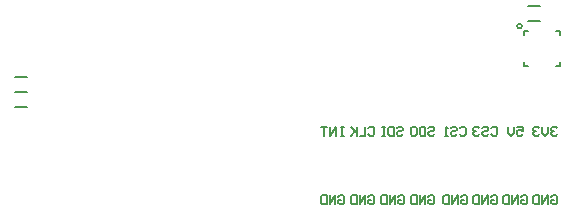
<source format=gbo>
G04*
G04 #@! TF.GenerationSoftware,Altium Limited,Altium Designer,24.2.2 (26)*
G04*
G04 Layer_Color=32896*
%FSLAX44Y44*%
%MOMM*%
G71*
G04*
G04 #@! TF.SameCoordinates,C4595460-78FA-4AA4-93EF-E7DD031D073C*
G04*
G04*
G04 #@! TF.FilePolarity,Positive*
G04*
G01*
G75*
%ADD11C,0.1500*%
%ADD12C,0.2000*%
%ADD85C,0.1270*%
D11*
X345148Y14498D02*
X346398Y15748D01*
X348897D01*
X350147Y14498D01*
Y9500D01*
X348897Y8250D01*
X346398D01*
X345148Y9500D01*
Y11999D01*
X347648D01*
X342649Y8250D02*
Y15748D01*
X337651Y8250D01*
Y15748D01*
X335152D02*
Y8250D01*
X331403D01*
X330153Y9500D01*
Y14498D01*
X331403Y15748D01*
X335152D01*
X370548Y14498D02*
X371798Y15748D01*
X374297D01*
X375547Y14498D01*
Y9500D01*
X374297Y8250D01*
X371798D01*
X370548Y9500D01*
Y11999D01*
X373048D01*
X368049Y8250D02*
Y15748D01*
X363051Y8250D01*
Y15748D01*
X360552D02*
Y8250D01*
X356803D01*
X355553Y9500D01*
Y14498D01*
X356803Y15748D01*
X360552D01*
X395948Y14498D02*
X397198Y15748D01*
X399697D01*
X400947Y14498D01*
Y9500D01*
X399697Y8250D01*
X397198D01*
X395948Y9500D01*
Y11999D01*
X398448D01*
X393449Y8250D02*
Y15748D01*
X388451Y8250D01*
Y15748D01*
X385952D02*
Y8250D01*
X382203D01*
X380953Y9500D01*
Y14498D01*
X382203Y15748D01*
X385952D01*
X421348Y14498D02*
X422598Y15748D01*
X425097D01*
X426347Y14498D01*
Y9500D01*
X425097Y8250D01*
X422598D01*
X421348Y9500D01*
Y11999D01*
X423848D01*
X418849Y8250D02*
Y15748D01*
X413851Y8250D01*
Y15748D01*
X411352D02*
Y8250D01*
X407603D01*
X406353Y9500D01*
Y14498D01*
X407603Y15748D01*
X411352D01*
X449098Y14498D02*
X450348Y15748D01*
X452847D01*
X454097Y14498D01*
Y9500D01*
X452847Y8250D01*
X450348D01*
X449098Y9500D01*
Y11999D01*
X451598D01*
X446599Y8250D02*
Y15748D01*
X441601Y8250D01*
Y15748D01*
X439102D02*
Y8250D01*
X435353D01*
X434103Y9500D01*
Y14498D01*
X435353Y15748D01*
X439102D01*
X474498Y14498D02*
X475748Y15748D01*
X478247D01*
X479497Y14498D01*
Y9500D01*
X478247Y8250D01*
X475748D01*
X474498Y9500D01*
Y11999D01*
X476998D01*
X471999Y8250D02*
Y15748D01*
X467001Y8250D01*
Y15748D01*
X464502D02*
Y8250D01*
X460753D01*
X459503Y9500D01*
Y14498D01*
X460753Y15748D01*
X464502D01*
X499898Y14498D02*
X501148Y15748D01*
X503647D01*
X504897Y14498D01*
Y9500D01*
X503647Y8250D01*
X501148D01*
X499898Y9500D01*
Y11999D01*
X502398D01*
X497399Y8250D02*
Y15748D01*
X492401Y8250D01*
Y15748D01*
X489902D02*
Y8250D01*
X486153D01*
X484903Y9500D01*
Y14498D01*
X486153Y15748D01*
X489902D01*
X447849Y72498D02*
X449098Y73748D01*
X451598D01*
X452847Y72498D01*
Y67500D01*
X451598Y66250D01*
X449098D01*
X447849Y67500D01*
X440351Y72498D02*
X441601Y73748D01*
X444100D01*
X445350Y72498D01*
Y71248D01*
X444100Y69999D01*
X441601D01*
X440351Y68749D01*
Y67500D01*
X441601Y66250D01*
X444100D01*
X445350Y67500D01*
X437852Y66250D02*
X435353D01*
X436602D01*
Y73748D01*
X437852Y72498D01*
X474498D02*
X475748Y73748D01*
X478247D01*
X479497Y72498D01*
Y67500D01*
X478247Y66250D01*
X475748D01*
X474498Y67500D01*
X467001Y72498D02*
X468250Y73748D01*
X470750D01*
X471999Y72498D01*
Y71248D01*
X470750Y69999D01*
X468250D01*
X467001Y68749D01*
Y67500D01*
X468250Y66250D01*
X470750D01*
X471999Y67500D01*
X464502Y72498D02*
X463252Y73748D01*
X460753D01*
X459503Y72498D01*
Y71248D01*
X460753Y69999D01*
X462002D01*
X460753D01*
X459503Y68749D01*
Y67500D01*
X460753Y66250D01*
X463252D01*
X464502Y67500D01*
X525298Y14498D02*
X526548Y15748D01*
X529047D01*
X530297Y14498D01*
Y9500D01*
X529047Y8250D01*
X526548D01*
X525298Y9500D01*
Y11999D01*
X527798D01*
X522799Y8250D02*
Y15748D01*
X517801Y8250D01*
Y15748D01*
X515302D02*
Y8250D01*
X511553D01*
X510303Y9500D01*
Y14498D01*
X511553Y15748D01*
X515302D01*
X496150Y73748D02*
X501148D01*
Y69999D01*
X498649Y71248D01*
X497399D01*
X496150Y69999D01*
Y67500D01*
X497399Y66250D01*
X499898D01*
X501148Y67500D01*
X493650Y73748D02*
Y68749D01*
X491151Y66250D01*
X488652Y68749D01*
Y73748D01*
X530297Y72498D02*
X529047Y73748D01*
X526548D01*
X525298Y72498D01*
Y71248D01*
X526548Y69999D01*
X527798D01*
X526548D01*
X525298Y68749D01*
Y67500D01*
X526548Y66250D01*
X529047D01*
X530297Y67500D01*
X522799Y73748D02*
Y68749D01*
X520300Y66250D01*
X517801Y68749D01*
Y73748D01*
X515302Y72498D02*
X514052Y73748D01*
X511553D01*
X510303Y72498D01*
Y71248D01*
X511553Y69999D01*
X512802D01*
X511553D01*
X510303Y68749D01*
Y67500D01*
X511553Y66250D01*
X514052D01*
X515302Y67500D01*
X370548Y72498D02*
X371798Y73748D01*
X374297D01*
X375547Y72498D01*
Y67500D01*
X374297Y66250D01*
X371798D01*
X370548Y67500D01*
X368049Y73748D02*
Y66250D01*
X363051D01*
X360552Y73748D02*
Y66250D01*
Y68749D01*
X355553Y73748D01*
X359302Y69999D01*
X355553Y66250D01*
X421348Y72498D02*
X422598Y73748D01*
X425097D01*
X426347Y72498D01*
Y71248D01*
X425097Y69999D01*
X422598D01*
X421348Y68749D01*
Y67500D01*
X422598Y66250D01*
X425097D01*
X426347Y67500D01*
X418849Y73748D02*
Y66250D01*
X415100D01*
X413851Y67500D01*
Y72498D01*
X415100Y73748D01*
X418849D01*
X407603D02*
X410102D01*
X411352Y72498D01*
Y67500D01*
X410102Y66250D01*
X407603D01*
X406353Y67500D01*
Y72498D01*
X407603Y73748D01*
X394699Y72498D02*
X395948Y73748D01*
X398448D01*
X399697Y72498D01*
Y71248D01*
X398448Y69999D01*
X395948D01*
X394699Y68749D01*
Y67500D01*
X395948Y66250D01*
X398448D01*
X399697Y67500D01*
X392200Y73748D02*
Y66250D01*
X388451D01*
X387201Y67500D01*
Y72498D01*
X388451Y73748D01*
X392200D01*
X384702D02*
X382203D01*
X383452D01*
Y66250D01*
X384702D01*
X382203D01*
X349522Y73748D02*
X347023D01*
X348272D01*
Y66250D01*
X349522D01*
X347023D01*
X343274D02*
Y73748D01*
X338276Y66250D01*
Y73748D01*
X335776D02*
X330778D01*
X333277D01*
Y66250D01*
D12*
X506000Y175600D02*
X516000D01*
X506000Y162900D02*
X516000D01*
X71250Y90150D02*
X81250D01*
X71250Y102850D02*
X81250D01*
X71250Y103150D02*
X81250D01*
X71250Y115850D02*
X81250D01*
D85*
X500510Y158940D02*
G03*
X500510Y158940I-2000J0D01*
G01*
X502500Y155000D02*
X506000D01*
X529000D02*
X532500D01*
X502500Y125000D02*
X506000D01*
X529000D02*
X532500D01*
X502500Y151500D02*
Y155000D01*
X532500Y151500D02*
Y155000D01*
X502500Y125000D02*
Y128500D01*
X532500Y125000D02*
Y128500D01*
M02*

</source>
